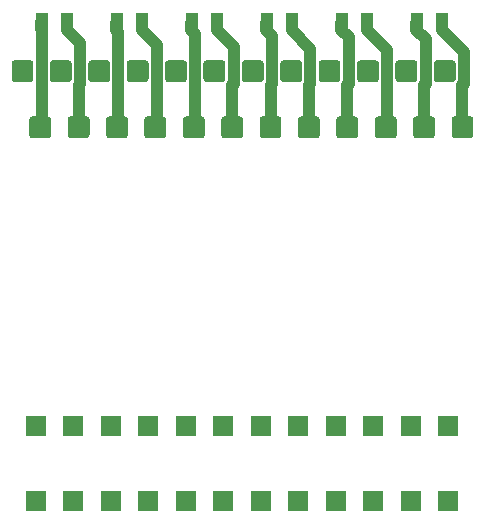
<source format=gbr>
%TF.GenerationSoftware,KiCad,Pcbnew,(5.1.10)-1*%
%TF.CreationDate,2021-08-21T19:47:19+01:00*%
%TF.ProjectId,SLT_interconnect,534c545f-696e-4746-9572-636f6e6e6563,00*%
%TF.SameCoordinates,Original*%
%TF.FileFunction,Copper,L1,Top*%
%TF.FilePolarity,Positive*%
%FSLAX46Y46*%
G04 Gerber Fmt 4.6, Leading zero omitted, Abs format (unit mm)*
G04 Created by KiCad (PCBNEW (5.1.10)-1) date 2021-08-21 19:47:19*
%MOMM*%
%LPD*%
G01*
G04 APERTURE LIST*
%TA.AperFunction,ComponentPad*%
%ADD10R,1.700000X1.700000*%
%TD*%
%TA.AperFunction,Conductor*%
%ADD11C,1.000000*%
%TD*%
%TA.AperFunction,Conductor*%
%ADD12C,0.030000*%
%TD*%
%TA.AperFunction,Conductor*%
%ADD13C,0.100000*%
%TD*%
G04 APERTURE END LIST*
%TO.P,J124,1*%
%TO.N,Net-(J124-Pad1)*%
%TA.AperFunction,ComponentPad*%
G36*
G01*
X88125000Y-55025001D02*
X88125000Y-53674999D01*
G75*
G02*
X88374999Y-53425000I249999J0D01*
G01*
X89725001Y-53425000D01*
G75*
G02*
X89975000Y-53674999I0J-249999D01*
G01*
X89975000Y-55025001D01*
G75*
G02*
X89725001Y-55275000I-249999J0D01*
G01*
X88374999Y-55275000D01*
G75*
G02*
X88125000Y-55025001I0J249999D01*
G01*
G37*
%TD.AperFunction*%
%TD*%
%TO.P,J123,1*%
%TO.N,Net-(J123-Pad1)*%
%TA.AperFunction,ComponentPad*%
G36*
G01*
X91375000Y-55025001D02*
X91375000Y-53674999D01*
G75*
G02*
X91624999Y-53425000I249999J0D01*
G01*
X92975001Y-53425000D01*
G75*
G02*
X93225000Y-53674999I0J-249999D01*
G01*
X93225000Y-55025001D01*
G75*
G02*
X92975001Y-55275000I-249999J0D01*
G01*
X91624999Y-55275000D01*
G75*
G02*
X91375000Y-55025001I0J249999D01*
G01*
G37*
%TD.AperFunction*%
%TD*%
%TO.P,J122,1*%
%TO.N,Net-(J122-Pad1)*%
%TA.AperFunction,ComponentPad*%
G36*
G01*
X94625000Y-55025001D02*
X94625000Y-53674999D01*
G75*
G02*
X94874999Y-53425000I249999J0D01*
G01*
X96225001Y-53425000D01*
G75*
G02*
X96475000Y-53674999I0J-249999D01*
G01*
X96475000Y-55025001D01*
G75*
G02*
X96225001Y-55275000I-249999J0D01*
G01*
X94874999Y-55275000D01*
G75*
G02*
X94625000Y-55025001I0J249999D01*
G01*
G37*
%TD.AperFunction*%
%TD*%
%TO.P,J121,1*%
%TO.N,Net-(J121-Pad1)*%
%TA.AperFunction,ComponentPad*%
G36*
G01*
X97875000Y-55025001D02*
X97875000Y-53674999D01*
G75*
G02*
X98124999Y-53425000I249999J0D01*
G01*
X99475001Y-53425000D01*
G75*
G02*
X99725000Y-53674999I0J-249999D01*
G01*
X99725000Y-55025001D01*
G75*
G02*
X99475001Y-55275000I-249999J0D01*
G01*
X98124999Y-55275000D01*
G75*
G02*
X97875000Y-55025001I0J249999D01*
G01*
G37*
%TD.AperFunction*%
%TD*%
%TO.P,J120,1*%
%TO.N,Net-(J120-Pad1)*%
%TA.AperFunction,ComponentPad*%
G36*
G01*
X101125000Y-55025001D02*
X101125000Y-53674999D01*
G75*
G02*
X101374999Y-53425000I249999J0D01*
G01*
X102725001Y-53425000D01*
G75*
G02*
X102975000Y-53674999I0J-249999D01*
G01*
X102975000Y-55025001D01*
G75*
G02*
X102725001Y-55275000I-249999J0D01*
G01*
X101374999Y-55275000D01*
G75*
G02*
X101125000Y-55025001I0J249999D01*
G01*
G37*
%TD.AperFunction*%
%TD*%
%TO.P,J119,1*%
%TO.N,Net-(J119-Pad1)*%
%TA.AperFunction,ComponentPad*%
G36*
G01*
X104375000Y-55025001D02*
X104375000Y-53674999D01*
G75*
G02*
X104624999Y-53425000I249999J0D01*
G01*
X105975001Y-53425000D01*
G75*
G02*
X106225000Y-53674999I0J-249999D01*
G01*
X106225000Y-55025001D01*
G75*
G02*
X105975001Y-55275000I-249999J0D01*
G01*
X104624999Y-55275000D01*
G75*
G02*
X104375000Y-55025001I0J249999D01*
G01*
G37*
%TD.AperFunction*%
%TD*%
%TO.P,J118,1*%
%TO.N,Net-(J118-Pad1)*%
%TA.AperFunction,ComponentPad*%
G36*
G01*
X107625000Y-55025001D02*
X107625000Y-53674999D01*
G75*
G02*
X107874999Y-53425000I249999J0D01*
G01*
X109225001Y-53425000D01*
G75*
G02*
X109475000Y-53674999I0J-249999D01*
G01*
X109475000Y-55025001D01*
G75*
G02*
X109225001Y-55275000I-249999J0D01*
G01*
X107874999Y-55275000D01*
G75*
G02*
X107625000Y-55025001I0J249999D01*
G01*
G37*
%TD.AperFunction*%
%TD*%
%TO.P,J117,1*%
%TO.N,Net-(J117-Pad1)*%
%TA.AperFunction,ComponentPad*%
G36*
G01*
X110875000Y-55025001D02*
X110875000Y-53674999D01*
G75*
G02*
X111124999Y-53425000I249999J0D01*
G01*
X112475001Y-53425000D01*
G75*
G02*
X112725000Y-53674999I0J-249999D01*
G01*
X112725000Y-55025001D01*
G75*
G02*
X112475001Y-55275000I-249999J0D01*
G01*
X111124999Y-55275000D01*
G75*
G02*
X110875000Y-55025001I0J249999D01*
G01*
G37*
%TD.AperFunction*%
%TD*%
%TO.P,J116,1*%
%TO.N,Net-(J116-Pad1)*%
%TA.AperFunction,ComponentPad*%
G36*
G01*
X114125000Y-55025001D02*
X114125000Y-53674999D01*
G75*
G02*
X114374999Y-53425000I249999J0D01*
G01*
X115725001Y-53425000D01*
G75*
G02*
X115975000Y-53674999I0J-249999D01*
G01*
X115975000Y-55025001D01*
G75*
G02*
X115725001Y-55275000I-249999J0D01*
G01*
X114374999Y-55275000D01*
G75*
G02*
X114125000Y-55025001I0J249999D01*
G01*
G37*
%TD.AperFunction*%
%TD*%
%TO.P,J115,1*%
%TO.N,Net-(J115-Pad1)*%
%TA.AperFunction,ComponentPad*%
G36*
G01*
X117375000Y-55025001D02*
X117375000Y-53674999D01*
G75*
G02*
X117624999Y-53425000I249999J0D01*
G01*
X118975001Y-53425000D01*
G75*
G02*
X119225000Y-53674999I0J-249999D01*
G01*
X119225000Y-55025001D01*
G75*
G02*
X118975001Y-55275000I-249999J0D01*
G01*
X117624999Y-55275000D01*
G75*
G02*
X117375000Y-55025001I0J249999D01*
G01*
G37*
%TD.AperFunction*%
%TD*%
%TO.P,J114,1*%
%TO.N,Net-(J114-Pad1)*%
%TA.AperFunction,ComponentPad*%
G36*
G01*
X120625000Y-55025001D02*
X120625000Y-53674999D01*
G75*
G02*
X120874999Y-53425000I249999J0D01*
G01*
X122225001Y-53425000D01*
G75*
G02*
X122475000Y-53674999I0J-249999D01*
G01*
X122475000Y-55025001D01*
G75*
G02*
X122225001Y-55275000I-249999J0D01*
G01*
X120874999Y-55275000D01*
G75*
G02*
X120625000Y-55025001I0J249999D01*
G01*
G37*
%TD.AperFunction*%
%TD*%
%TO.P,J113,1*%
%TO.N,Net-(J113-Pad1)*%
%TA.AperFunction,ComponentPad*%
G36*
G01*
X123875000Y-55025001D02*
X123875000Y-53674999D01*
G75*
G02*
X124124999Y-53425000I249999J0D01*
G01*
X125475001Y-53425000D01*
G75*
G02*
X125725000Y-53674999I0J-249999D01*
G01*
X125725000Y-55025001D01*
G75*
G02*
X125475001Y-55275000I-249999J0D01*
G01*
X124124999Y-55275000D01*
G75*
G02*
X123875000Y-55025001I0J249999D01*
G01*
G37*
%TD.AperFunction*%
%TD*%
%TO.P,J112,1*%
%TO.N,Net-(J112-Pad1)*%
%TA.AperFunction,ComponentPad*%
G36*
G01*
X122375000Y-50275001D02*
X122375000Y-48924999D01*
G75*
G02*
X122624999Y-48675000I249999J0D01*
G01*
X123975001Y-48675000D01*
G75*
G02*
X124225000Y-48924999I0J-249999D01*
G01*
X124225000Y-50275001D01*
G75*
G02*
X123975001Y-50525000I-249999J0D01*
G01*
X122624999Y-50525000D01*
G75*
G02*
X122375000Y-50275001I0J249999D01*
G01*
G37*
%TD.AperFunction*%
%TD*%
%TO.P,J111,1*%
%TO.N,Net-(J11-Pad1)*%
%TA.AperFunction,ComponentPad*%
G36*
G01*
X119125000Y-50275001D02*
X119125000Y-48924999D01*
G75*
G02*
X119374999Y-48675000I249999J0D01*
G01*
X120725001Y-48675000D01*
G75*
G02*
X120975000Y-48924999I0J-249999D01*
G01*
X120975000Y-50275001D01*
G75*
G02*
X120725001Y-50525000I-249999J0D01*
G01*
X119374999Y-50525000D01*
G75*
G02*
X119125000Y-50275001I0J249999D01*
G01*
G37*
%TD.AperFunction*%
%TD*%
%TO.P,J110,1*%
%TO.N,Net-(J10-Pad1)*%
%TA.AperFunction,ComponentPad*%
G36*
G01*
X115875000Y-50275001D02*
X115875000Y-48924999D01*
G75*
G02*
X116124999Y-48675000I249999J0D01*
G01*
X117475001Y-48675000D01*
G75*
G02*
X117725000Y-48924999I0J-249999D01*
G01*
X117725000Y-50275001D01*
G75*
G02*
X117475001Y-50525000I-249999J0D01*
G01*
X116124999Y-50525000D01*
G75*
G02*
X115875000Y-50275001I0J249999D01*
G01*
G37*
%TD.AperFunction*%
%TD*%
%TO.P,J109,1*%
%TO.N,Net-(J109-Pad1)*%
%TA.AperFunction,ComponentPad*%
G36*
G01*
X112625000Y-50275001D02*
X112625000Y-48924999D01*
G75*
G02*
X112874999Y-48675000I249999J0D01*
G01*
X114225001Y-48675000D01*
G75*
G02*
X114475000Y-48924999I0J-249999D01*
G01*
X114475000Y-50275001D01*
G75*
G02*
X114225001Y-50525000I-249999J0D01*
G01*
X112874999Y-50525000D01*
G75*
G02*
X112625000Y-50275001I0J249999D01*
G01*
G37*
%TD.AperFunction*%
%TD*%
%TO.P,J108,1*%
%TO.N,Net-(J108-Pad1)*%
%TA.AperFunction,ComponentPad*%
G36*
G01*
X109375000Y-50275001D02*
X109375000Y-48924999D01*
G75*
G02*
X109624999Y-48675000I249999J0D01*
G01*
X110975001Y-48675000D01*
G75*
G02*
X111225000Y-48924999I0J-249999D01*
G01*
X111225000Y-50275001D01*
G75*
G02*
X110975001Y-50525000I-249999J0D01*
G01*
X109624999Y-50525000D01*
G75*
G02*
X109375000Y-50275001I0J249999D01*
G01*
G37*
%TD.AperFunction*%
%TD*%
%TO.P,J107,1*%
%TO.N,Net-(J107-Pad1)*%
%TA.AperFunction,ComponentPad*%
G36*
G01*
X106125000Y-50275001D02*
X106125000Y-48924999D01*
G75*
G02*
X106374999Y-48675000I249999J0D01*
G01*
X107725001Y-48675000D01*
G75*
G02*
X107975000Y-48924999I0J-249999D01*
G01*
X107975000Y-50275001D01*
G75*
G02*
X107725001Y-50525000I-249999J0D01*
G01*
X106374999Y-50525000D01*
G75*
G02*
X106125000Y-50275001I0J249999D01*
G01*
G37*
%TD.AperFunction*%
%TD*%
%TO.P,J106,1*%
%TO.N,Net-(J106-Pad1)*%
%TA.AperFunction,ComponentPad*%
G36*
G01*
X102875000Y-50275001D02*
X102875000Y-48924999D01*
G75*
G02*
X103124999Y-48675000I249999J0D01*
G01*
X104475001Y-48675000D01*
G75*
G02*
X104725000Y-48924999I0J-249999D01*
G01*
X104725000Y-50275001D01*
G75*
G02*
X104475001Y-50525000I-249999J0D01*
G01*
X103124999Y-50525000D01*
G75*
G02*
X102875000Y-50275001I0J249999D01*
G01*
G37*
%TD.AperFunction*%
%TD*%
%TO.P,J105,1*%
%TO.N,Net-(J105-Pad1)*%
%TA.AperFunction,ComponentPad*%
G36*
G01*
X99625000Y-50275001D02*
X99625000Y-48924999D01*
G75*
G02*
X99874999Y-48675000I249999J0D01*
G01*
X101225001Y-48675000D01*
G75*
G02*
X101475000Y-48924999I0J-249999D01*
G01*
X101475000Y-50275001D01*
G75*
G02*
X101225001Y-50525000I-249999J0D01*
G01*
X99874999Y-50525000D01*
G75*
G02*
X99625000Y-50275001I0J249999D01*
G01*
G37*
%TD.AperFunction*%
%TD*%
%TO.P,J104,1*%
%TO.N,Net-(J104-Pad1)*%
%TA.AperFunction,ComponentPad*%
G36*
G01*
X96375000Y-50275001D02*
X96375000Y-48924999D01*
G75*
G02*
X96624999Y-48675000I249999J0D01*
G01*
X97975001Y-48675000D01*
G75*
G02*
X98225000Y-48924999I0J-249999D01*
G01*
X98225000Y-50275001D01*
G75*
G02*
X97975001Y-50525000I-249999J0D01*
G01*
X96624999Y-50525000D01*
G75*
G02*
X96375000Y-50275001I0J249999D01*
G01*
G37*
%TD.AperFunction*%
%TD*%
%TO.P,J103,1*%
%TO.N,Net-(J103-Pad1)*%
%TA.AperFunction,ComponentPad*%
G36*
G01*
X93125000Y-50275001D02*
X93125000Y-48924999D01*
G75*
G02*
X93374999Y-48675000I249999J0D01*
G01*
X94725001Y-48675000D01*
G75*
G02*
X94975000Y-48924999I0J-249999D01*
G01*
X94975000Y-50275001D01*
G75*
G02*
X94725001Y-50525000I-249999J0D01*
G01*
X93374999Y-50525000D01*
G75*
G02*
X93125000Y-50275001I0J249999D01*
G01*
G37*
%TD.AperFunction*%
%TD*%
%TO.P,J102,1*%
%TO.N,Net-(J102-Pad1)*%
%TA.AperFunction,ComponentPad*%
G36*
G01*
X89875000Y-50275001D02*
X89875000Y-48924999D01*
G75*
G02*
X90124999Y-48675000I249999J0D01*
G01*
X91475001Y-48675000D01*
G75*
G02*
X91725000Y-48924999I0J-249999D01*
G01*
X91725000Y-50275001D01*
G75*
G02*
X91475001Y-50525000I-249999J0D01*
G01*
X90124999Y-50525000D01*
G75*
G02*
X89875000Y-50275001I0J249999D01*
G01*
G37*
%TD.AperFunction*%
%TD*%
%TO.P,J101,1*%
%TO.N,Net-(J1-Pad1)*%
%TA.AperFunction,ComponentPad*%
G36*
G01*
X86625000Y-50275001D02*
X86625000Y-48924999D01*
G75*
G02*
X86874999Y-48675000I249999J0D01*
G01*
X88225001Y-48675000D01*
G75*
G02*
X88475000Y-48924999I0J-249999D01*
G01*
X88475000Y-50275001D01*
G75*
G02*
X88225001Y-50525000I-249999J0D01*
G01*
X86874999Y-50525000D01*
G75*
G02*
X86625000Y-50275001I0J249999D01*
G01*
G37*
%TD.AperFunction*%
%TD*%
D10*
%TO.P,J24,1*%
%TO.N,Net-(J124-Pad1)*%
X88687500Y-86025000D03*
%TD*%
%TO.P,J23,1*%
%TO.N,Net-(J123-Pad1)*%
X91862500Y-86025000D03*
%TD*%
%TO.P,J22,1*%
%TO.N,Net-(J122-Pad1)*%
X95037500Y-86025000D03*
%TD*%
%TO.P,J21,1*%
%TO.N,Net-(J121-Pad1)*%
X98212500Y-86025000D03*
%TD*%
%TO.P,J20,1*%
%TO.N,Net-(J120-Pad1)*%
X101387500Y-86025000D03*
%TD*%
%TO.P,J19,1*%
%TO.N,Net-(J119-Pad1)*%
X104562500Y-86025000D03*
%TD*%
%TO.P,J18,1*%
%TO.N,Net-(J118-Pad1)*%
X107737500Y-86025000D03*
%TD*%
%TO.P,J17,1*%
%TO.N,Net-(J117-Pad1)*%
X110912500Y-86025000D03*
%TD*%
%TO.P,J16,1*%
%TO.N,Net-(J116-Pad1)*%
X114087500Y-86025000D03*
%TD*%
%TO.P,J15,1*%
%TO.N,Net-(J115-Pad1)*%
X117262500Y-86025000D03*
%TD*%
%TO.P,J14,1*%
%TO.N,Net-(J114-Pad1)*%
X120437500Y-86025000D03*
%TD*%
%TO.P,J13,1*%
%TO.N,Net-(J113-Pad1)*%
X123612500Y-86025000D03*
%TD*%
%TO.P,J12,1*%
%TO.N,Net-(J112-Pad1)*%
X123612500Y-79675000D03*
%TD*%
%TO.P,J11,1*%
%TO.N,Net-(J11-Pad1)*%
X120437500Y-79675000D03*
%TD*%
%TO.P,J10,1*%
%TO.N,Net-(J10-Pad1)*%
X117262500Y-79675000D03*
%TD*%
%TO.P,J9,1*%
%TO.N,Net-(J109-Pad1)*%
X114087500Y-79675000D03*
%TD*%
%TO.P,J8,1*%
%TO.N,Net-(J108-Pad1)*%
X110912500Y-79675000D03*
%TD*%
%TO.P,J7,1*%
%TO.N,Net-(J107-Pad1)*%
X107737500Y-79675000D03*
%TD*%
%TO.P,J6,1*%
%TO.N,Net-(J106-Pad1)*%
X104562500Y-79675000D03*
%TD*%
%TO.P,J5,1*%
%TO.N,Net-(J105-Pad1)*%
X101387500Y-79675000D03*
%TD*%
%TO.P,J4,1*%
%TO.N,Net-(J104-Pad1)*%
X98212500Y-79675000D03*
%TD*%
%TO.P,J3,1*%
%TO.N,Net-(J103-Pad1)*%
X95037500Y-79675000D03*
%TD*%
%TO.P,J2,1*%
%TO.N,Net-(J102-Pad1)*%
X91862500Y-79675000D03*
%TD*%
%TO.P,J1,1*%
%TO.N,Net-(J1-Pad1)*%
X88687500Y-79675000D03*
%TD*%
D11*
%TO.N,Net-(J113-Pad1)*%
X124925010Y-50668510D02*
X124925010Y-47975010D01*
X124800000Y-50793520D02*
X124925010Y-50668510D01*
X124800000Y-54350000D02*
X124800000Y-50793520D01*
X124925010Y-47975010D02*
X123050000Y-46100000D01*
X123050000Y-46100000D02*
X123050000Y-45500000D01*
%TO.N,Net-(J114-Pad1)*%
X121675000Y-50668520D02*
X121675000Y-46875000D01*
X121550000Y-50793520D02*
X121675000Y-50668520D01*
X121550000Y-54350000D02*
X121550000Y-50793520D01*
X121675000Y-46875000D02*
X120900000Y-46100000D01*
X120900000Y-46100000D02*
X120900000Y-45500000D01*
%TO.N,Net-(J115-Pad1)*%
X118425000Y-54225000D02*
X118425000Y-47825000D01*
X118300000Y-54350000D02*
X118425000Y-54225000D01*
X118425000Y-47825000D02*
X116700000Y-46100000D01*
X116700000Y-46100000D02*
X116700000Y-45500000D01*
%TO.N,Net-(J116-Pad1)*%
X115175000Y-50668520D02*
X115175000Y-46725000D01*
X115050000Y-50793520D02*
X115175000Y-50668520D01*
X115050000Y-54350000D02*
X115050000Y-50793520D01*
X115175000Y-46725000D02*
X114550000Y-46100000D01*
X114550000Y-46100000D02*
X114550000Y-45500000D01*
%TO.N,Net-(J117-Pad1)*%
X111925000Y-50668520D02*
X111925000Y-47675000D01*
X111800000Y-50793520D02*
X111925000Y-50668520D01*
X111800000Y-54350000D02*
X111800000Y-50793520D01*
X111925000Y-47675000D02*
X110350000Y-46100000D01*
X110350000Y-46100000D02*
X110350000Y-45500000D01*
%TO.N,Net-(J118-Pad1)*%
X108675000Y-50668520D02*
X108675000Y-46575000D01*
X108550000Y-50793520D02*
X108675000Y-50668520D01*
X108550000Y-54350000D02*
X108550000Y-50793520D01*
X108675000Y-46575000D02*
X108200000Y-46100000D01*
X108200000Y-46100000D02*
X108200000Y-45500000D01*
%TO.N,Net-(J119-Pad1)*%
X105425000Y-50668520D02*
X105425000Y-47525000D01*
X105300000Y-50793520D02*
X105425000Y-50668520D01*
X105300000Y-54350000D02*
X105300000Y-50793520D01*
X105425000Y-47525000D02*
X104000000Y-46100000D01*
X104000000Y-46100000D02*
X104000000Y-45450000D01*
%TO.N,Net-(J120-Pad1)*%
X102175000Y-54225000D02*
X102175000Y-46425000D01*
X102050000Y-54350000D02*
X102175000Y-54225000D01*
X102175000Y-46425000D02*
X101850000Y-46100000D01*
X101850000Y-46100000D02*
X101850000Y-45500000D01*
%TO.N,Net-(J121-Pad1)*%
X98925000Y-54225000D02*
X98925000Y-47375000D01*
X98800000Y-54350000D02*
X98925000Y-54225000D01*
X98925000Y-47375000D02*
X97650000Y-46100000D01*
X97650000Y-46100000D02*
X97650000Y-45500000D01*
%TO.N,Net-(J122-Pad1)*%
X95675000Y-54225000D02*
X95675000Y-46275000D01*
X95550000Y-54350000D02*
X95675000Y-54225000D01*
X95675000Y-46275000D02*
X95500000Y-46100000D01*
X95500000Y-46100000D02*
X95500000Y-45500000D01*
%TO.N,Net-(J123-Pad1)*%
X92425000Y-50668520D02*
X92425000Y-47225000D01*
X92300000Y-50793520D02*
X92425000Y-50668520D01*
X92300000Y-54350000D02*
X92300000Y-50793520D01*
X92425000Y-47225000D02*
X91300000Y-46100000D01*
X91300000Y-46100000D02*
X91300000Y-45500000D01*
%TO.N,Net-(J124-Pad1)*%
X89175000Y-54225000D02*
X89175000Y-46075000D01*
X89050000Y-54350000D02*
X89175000Y-54225000D01*
X89175000Y-46075000D02*
X89150000Y-46050000D01*
X89150000Y-46050000D02*
X89150000Y-45450000D01*
%TD*%
D12*
%TO.N,Net-(J124-Pad1)*%
X89635000Y-46085000D02*
X88665000Y-46085000D01*
X88665000Y-44640000D01*
X89635000Y-44640000D01*
X89635000Y-46085000D01*
%TA.AperFunction,Conductor*%
D13*
G36*
X89635000Y-46085000D02*
G01*
X88665000Y-46085000D01*
X88665000Y-44640000D01*
X89635000Y-44640000D01*
X89635000Y-46085000D01*
G37*
%TD.AperFunction*%
%TD*%
D12*
%TO.N,Net-(J123-Pad1)*%
X91785000Y-46085000D02*
X90815000Y-46085000D01*
X90815000Y-44640000D01*
X91785000Y-44640000D01*
X91785000Y-46085000D01*
%TA.AperFunction,Conductor*%
D13*
G36*
X91785000Y-46085000D02*
G01*
X90815000Y-46085000D01*
X90815000Y-44640000D01*
X91785000Y-44640000D01*
X91785000Y-46085000D01*
G37*
%TD.AperFunction*%
%TD*%
D12*
%TO.N,Net-(J119-Pad1)*%
X104485000Y-46085000D02*
X103515000Y-46085000D01*
X103515000Y-44640000D01*
X104485000Y-44640000D01*
X104485000Y-46085000D01*
%TA.AperFunction,Conductor*%
D13*
G36*
X104485000Y-46085000D02*
G01*
X103515000Y-46085000D01*
X103515000Y-44640000D01*
X104485000Y-44640000D01*
X104485000Y-46085000D01*
G37*
%TD.AperFunction*%
%TD*%
D12*
%TO.N,Net-(J116-Pad1)*%
X115035000Y-46085000D02*
X114065000Y-46085000D01*
X114065000Y-44640000D01*
X115035000Y-44640000D01*
X115035000Y-46085000D01*
%TA.AperFunction,Conductor*%
D13*
G36*
X115035000Y-46085000D02*
G01*
X114065000Y-46085000D01*
X114065000Y-44640000D01*
X115035000Y-44640000D01*
X115035000Y-46085000D01*
G37*
%TD.AperFunction*%
%TD*%
D12*
%TO.N,Net-(J118-Pad1)*%
X108685000Y-46085000D02*
X107715000Y-46085000D01*
X107715000Y-44640000D01*
X108685000Y-44640000D01*
X108685000Y-46085000D01*
%TA.AperFunction,Conductor*%
D13*
G36*
X108685000Y-46085000D02*
G01*
X107715000Y-46085000D01*
X107715000Y-44640000D01*
X108685000Y-44640000D01*
X108685000Y-46085000D01*
G37*
%TD.AperFunction*%
%TD*%
D12*
%TO.N,Net-(J114-Pad1)*%
X121385000Y-46085000D02*
X120415000Y-46085000D01*
X120415000Y-44640000D01*
X121385000Y-44640000D01*
X121385000Y-46085000D01*
%TA.AperFunction,Conductor*%
D13*
G36*
X121385000Y-46085000D02*
G01*
X120415000Y-46085000D01*
X120415000Y-44640000D01*
X121385000Y-44640000D01*
X121385000Y-46085000D01*
G37*
%TD.AperFunction*%
%TD*%
D12*
%TO.N,Net-(J121-Pad1)*%
X98135000Y-46085000D02*
X97165000Y-46085000D01*
X97165000Y-44640000D01*
X98135000Y-44640000D01*
X98135000Y-46085000D01*
%TA.AperFunction,Conductor*%
D13*
G36*
X98135000Y-46085000D02*
G01*
X97165000Y-46085000D01*
X97165000Y-44640000D01*
X98135000Y-44640000D01*
X98135000Y-46085000D01*
G37*
%TD.AperFunction*%
%TD*%
D12*
%TO.N,Net-(J122-Pad1)*%
X95985000Y-46085000D02*
X95015000Y-46085000D01*
X95015000Y-44640000D01*
X95985000Y-44640000D01*
X95985000Y-46085000D01*
%TA.AperFunction,Conductor*%
D13*
G36*
X95985000Y-46085000D02*
G01*
X95015000Y-46085000D01*
X95015000Y-44640000D01*
X95985000Y-44640000D01*
X95985000Y-46085000D01*
G37*
%TD.AperFunction*%
%TD*%
D12*
%TO.N,Net-(J115-Pad1)*%
X117185000Y-46085000D02*
X116215000Y-46085000D01*
X116215000Y-44640000D01*
X117185000Y-44640000D01*
X117185000Y-46085000D01*
%TA.AperFunction,Conductor*%
D13*
G36*
X117185000Y-46085000D02*
G01*
X116215000Y-46085000D01*
X116215000Y-44640000D01*
X117185000Y-44640000D01*
X117185000Y-46085000D01*
G37*
%TD.AperFunction*%
%TD*%
D12*
%TO.N,Net-(J117-Pad1)*%
X110835000Y-46085000D02*
X109865000Y-46085000D01*
X109865000Y-44640000D01*
X110835000Y-44640000D01*
X110835000Y-46085000D01*
%TA.AperFunction,Conductor*%
D13*
G36*
X110835000Y-46085000D02*
G01*
X109865000Y-46085000D01*
X109865000Y-44640000D01*
X110835000Y-44640000D01*
X110835000Y-46085000D01*
G37*
%TD.AperFunction*%
%TD*%
D12*
%TO.N,Net-(J113-Pad1)*%
X123535000Y-46085000D02*
X122565000Y-46085000D01*
X122565000Y-44640000D01*
X123535000Y-44640000D01*
X123535000Y-46085000D01*
%TA.AperFunction,Conductor*%
D13*
G36*
X123535000Y-46085000D02*
G01*
X122565000Y-46085000D01*
X122565000Y-44640000D01*
X123535000Y-44640000D01*
X123535000Y-46085000D01*
G37*
%TD.AperFunction*%
%TD*%
D12*
%TO.N,Net-(J120-Pad1)*%
X102335000Y-46085000D02*
X101365000Y-46085000D01*
X101365000Y-44640000D01*
X102335000Y-44640000D01*
X102335000Y-46085000D01*
%TA.AperFunction,Conductor*%
D13*
G36*
X102335000Y-46085000D02*
G01*
X101365000Y-46085000D01*
X101365000Y-44640000D01*
X102335000Y-44640000D01*
X102335000Y-46085000D01*
G37*
%TD.AperFunction*%
%TD*%
M02*

</source>
